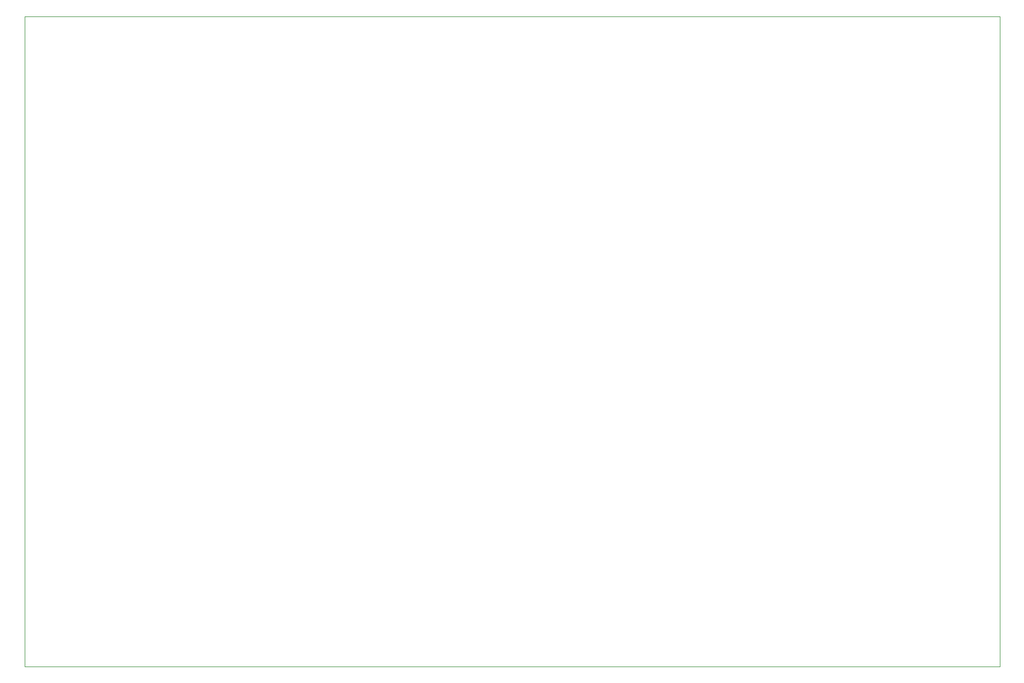
<source format=gbr>
G04 #@! TF.GenerationSoftware,KiCad,Pcbnew,(5.1.12-1-10_14)*
G04 #@! TF.CreationDate,2021-12-08T14:07:12+01:00*
G04 #@! TF.ProjectId,amp-mosfet-160w,616d702d-6d6f-4736-9665-742d31363077,rev?*
G04 #@! TF.SameCoordinates,Original*
G04 #@! TF.FileFunction,Profile,NP*
%FSLAX46Y46*%
G04 Gerber Fmt 4.6, Leading zero omitted, Abs format (unit mm)*
G04 Created by KiCad (PCBNEW (5.1.12-1-10_14)) date 2021-12-08 14:07:12*
%MOMM*%
%LPD*%
G01*
G04 APERTURE LIST*
G04 #@! TA.AperFunction,Profile*
%ADD10C,0.050000*%
G04 #@! TD*
G04 APERTURE END LIST*
D10*
X59944000Y-137160000D02*
X59944000Y-36830000D01*
X210312000Y-137160000D02*
X59944000Y-137160000D01*
X210312000Y-36830000D02*
X210312000Y-137160000D01*
X59944000Y-36830000D02*
X210312000Y-36830000D01*
M02*

</source>
